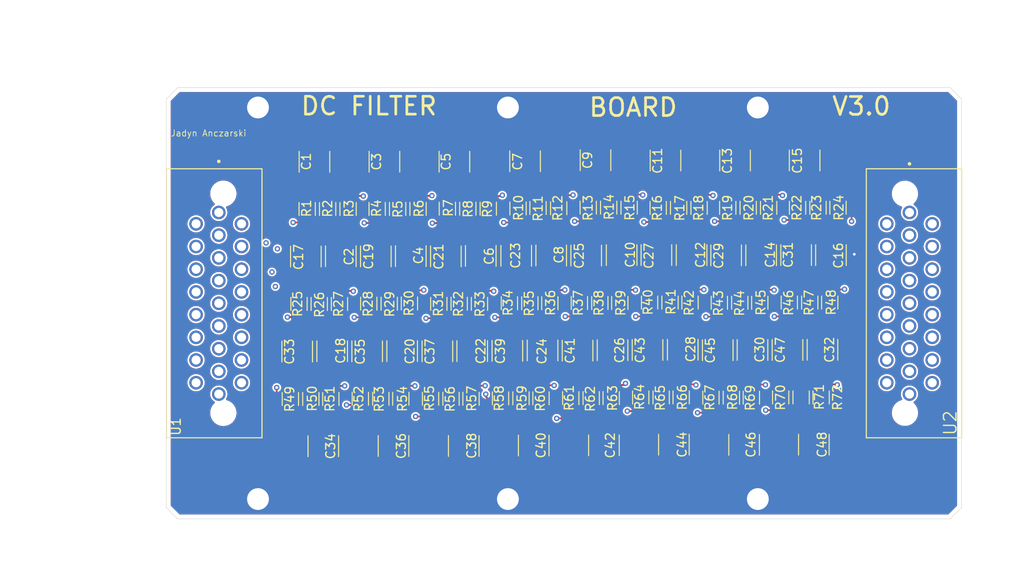
<source format=kicad_pcb>
(kicad_pcb
	(version 20241229)
	(generator "pcbnew")
	(generator_version "9.0")
	(general
		(thickness 1.6)
		(legacy_teardrops no)
	)
	(paper "A4")
	(layers
		(0 "F.Cu" signal)
		(4 "In1.Cu" signal)
		(6 "In2.Cu" signal)
		(2 "B.Cu" signal)
		(9 "F.Adhes" user "F.Adhesive")
		(11 "B.Adhes" user "B.Adhesive")
		(13 "F.Paste" user)
		(15 "B.Paste" user)
		(5 "F.SilkS" user "F.Silkscreen")
		(7 "B.SilkS" user "B.Silkscreen")
		(1 "F.Mask" user)
		(3 "B.Mask" user)
		(17 "Dwgs.User" user "User.Drawings")
		(19 "Cmts.User" user "User.Comments")
		(21 "Eco1.User" user "User.Eco1")
		(23 "Eco2.User" user "User.Eco2")
		(25 "Edge.Cuts" user)
		(27 "Margin" user)
		(31 "F.CrtYd" user "F.Courtyard")
		(29 "B.CrtYd" user "B.Courtyard")
		(35 "F.Fab" user)
		(33 "B.Fab" user)
		(39 "User.1" user)
		(41 "User.2" user)
		(43 "User.3" user)
		(45 "User.4" user)
	)
	(setup
		(stackup
			(layer "F.SilkS"
				(type "Top Silk Screen")
			)
			(layer "F.Paste"
				(type "Top Solder Paste")
			)
			(layer "F.Mask"
				(type "Top Solder Mask")
				(thickness 0.01)
			)
			(layer "F.Cu"
				(type "copper")
				(thickness 0.035)
			)
			(layer "dielectric 1"
				(type "prepreg")
				(thickness 0.1)
				(material "FR4")
				(epsilon_r 4.5)
				(loss_tangent 0.02)
			)
			(layer "In1.Cu"
				(type "copper")
				(thickness 0.035)
			)
			(layer "dielectric 2"
				(type "core")
				(thickness 1.24)
				(material "FR4")
				(epsilon_r 4.5)
				(loss_tangent 0.02)
			)
			(layer "In2.Cu"
				(type "copper")
				(thickness 0.035)
			)
			(layer "dielectric 3"
				(type "prepreg")
				(thickness 0.1)
				(material "FR4")
				(epsilon_r 4.5)
				(loss_tangent 0.02)
			)
			(layer "B.Cu"
				(type "copper")
				(thickness 0.035)
			)
			(layer "B.Mask"
				(type "Bottom Solder Mask")
				(thickness 0.01)
			)
			(layer "B.Paste"
				(type "Bottom Solder Paste")
			)
			(layer "B.SilkS"
				(type "Bottom Silk Screen")
			)
			(copper_finish "None")
			(dielectric_constraints no)
		)
		(pad_to_mask_clearance 0)
		(allow_soldermask_bridges_in_footprints no)
		(tenting front back)
		(pcbplotparams
			(layerselection 0x00000000_00000000_55555555_5755f5ff)
			(plot_on_all_layers_selection 0x00000000_00000000_00000000_00000000)
			(disableapertmacros no)
			(usegerberextensions no)
			(usegerberattributes yes)
			(usegerberadvancedattributes yes)
			(creategerberjobfile yes)
			(dashed_line_dash_ratio 12.000000)
			(dashed_line_gap_ratio 3.000000)
			(svgprecision 4)
			(plotframeref no)
			(mode 1)
			(useauxorigin no)
			(hpglpennumber 1)
			(hpglpenspeed 20)
			(hpglpendiameter 15.000000)
			(pdf_front_fp_property_popups yes)
			(pdf_back_fp_property_popups yes)
			(pdf_metadata yes)
			(pdf_single_document no)
			(dxfpolygonmode yes)
			(dxfimperialunits yes)
			(dxfusepcbnewfont yes)
			(psnegative no)
			(psa4output no)
			(plot_black_and_white yes)
			(sketchpadsonfab no)
			(plotpadnumbers no)
			(hidednponfab no)
			(sketchdnponfab yes)
			(crossoutdnponfab yes)
			(subtractmaskfromsilk no)
			(outputformat 1)
			(mirror no)
			(drillshape 1)
			(scaleselection 1)
			(outputdirectory "")
		)
	)
	(net 0 "")
	(net 1 "Net-(U1-PIN14)")
	(net 2 "Net-(C2-Pad1)")
	(net 3 "Net-(U2-PIN2)")
	(net 4 "Net-(U1-PIN15)")
	(net 5 "Net-(C4-Pad1)")
	(net 6 "Net-(U2-PIN3)")
	(net 7 "Net-(U1-PIN16)")
	(net 8 "Net-(C6-Pad1)")
	(net 9 "Net-(U2-PIN4)")
	(net 10 "Net-(U1-PIN17)")
	(net 11 "Net-(C8-Pad1)")
	(net 12 "Net-(C10-Pad1)")
	(net 13 "Net-(U1-PIN18)")
	(net 14 "Net-(U1-PIN19)")
	(net 15 "Net-(C12-Pad1)")
	(net 16 "Net-(U2-PIN5)")
	(net 17 "Net-(U2-PIN6)")
	(net 18 "Net-(U2-PIN7)")
	(net 19 "Net-(C14-Pad1)")
	(net 20 "Net-(U1-PIN20)")
	(net 21 "Net-(U1-PIN21)")
	(net 22 "Net-(C16-Pad1)")
	(net 23 "Net-(C18-Pad1)")
	(net 24 "Net-(U1-PIN22)")
	(net 25 "Net-(U2-PIN8)")
	(net 26 "Net-(U2-PIN9)")
	(net 27 "Net-(C48-Pad1)")
	(net 28 "Net-(C20-Pad1)")
	(net 29 "Net-(U1-PIN23)")
	(net 30 "Net-(U1-PIN24)")
	(net 31 "Net-(C22-Pad1)")
	(net 32 "Net-(C24-Pad1)")
	(net 33 "Net-(U1-PIN25)")
	(net 34 "Net-(U2-PIN11)")
	(net 35 "Net-(U2-PIN12)")
	(net 36 "Net-(U1-PIN2)")
	(net 37 "Net-(U1-PIN3)")
	(net 38 "Net-(U1-PIN4)")
	(net 39 "Net-(C47-Pad1)")
	(net 40 "Net-(U1-PIN7)")
	(net 41 "Net-(U1-PIN8)")
	(net 42 "Net-(U1-PIN9)")
	(net 43 "Net-(U1-PIN10)")
	(net 44 "Net-(C46-Pad1)")
	(net 45 "Net-(U1-PIN12)")
	(net 46 "Net-(U2-PIN1)")
	(net 47 "Net-(U1-PIN1)")
	(net 48 "unconnected-(U2-PIN13-Pad13)")
	(net 49 "Net-(U1-PIN6)")
	(net 50 "unconnected-(U1-PIN13-Pad13)")
	(net 51 "Net-(C11-Pad1)")
	(net 52 "Net-(C23-Pad1)")
	(net 53 "Net-(C21-Pad1)")
	(net 54 "Net-(C19-Pad1)")
	(net 55 "Net-(C17-Pad1)")
	(net 56 "Net-(C15-Pad1)")
	(net 57 "Net-(C13-Pad1)")
	(net 58 "Net-(C9-Pad1)")
	(net 59 "Net-(C5-Pad1)")
	(net 60 "Net-(C3-Pad1)")
	(net 61 "Net-(C1-Pad1)")
	(net 62 "Net-(C7-Pad1)")
	(net 63 "Net-(C45-Pad1)")
	(net 64 "Net-(U2-PIN25)")
	(net 65 "Net-(C44-Pad1)")
	(net 66 "Net-(U2-PIN24)")
	(net 67 "Net-(C43-Pad1)")
	(net 68 "Net-(C42-Pad1)")
	(net 69 "Net-(U2-PIN23)")
	(net 70 "Net-(C41-Pad1)")
	(net 71 "Net-(C40-Pad1)")
	(net 72 "Net-(U2-PIN22)")
	(net 73 "Net-(C39-Pad1)")
	(net 74 "Net-(C38-Pad1)")
	(net 75 "Net-(C37-Pad1)")
	(net 76 "Net-(C36-Pad1)")
	(net 77 "Net-(U2-PIN14)")
	(net 78 "Net-(C35-Pad1)")
	(net 79 "Net-(C34-Pad1)")
	(net 80 "Net-(U2-PIN15)")
	(net 81 "Net-(C33-Pad1)")
	(net 82 "Net-(C32-Pad1)")
	(net 83 "Net-(U2-PIN16)")
	(net 84 "Net-(C31-Pad1)")
	(net 85 "Net-(C30-Pad1)")
	(net 86 "Net-(U2-PIN17)")
	(net 87 "Net-(C29-Pad1)")
	(net 88 "Net-(C28-Pad1)")
	(net 89 "Net-(U2-PIN18)")
	(net 90 "Net-(C27-Pad1)")
	(net 91 "Net-(C26-Pad1)")
	(net 92 "Net-(U2-PIN19)")
	(net 93 "Net-(C25-Pad1)")
	(net 94 "Net-(U2-PIN10)")
	(net 95 "Net-(U2-PIN20)")
	(net 96 "Net-(U1-PIN11)")
	(net 97 "Net-(U1-PIN5)")
	(net 98 "Net-(U2-PIN21)")
	(net 99 "GND")
	(footprint "Resistor_SMD:R_1206_3216Metric" (layer "F.Cu") (at 143.7894 94.2995 90))
	(footprint "Capacitor_SMD:C_1812_4532Metric" (layer "F.Cu") (at 97.282 110.3409 -90))
	(footprint "Capacitor_SMD:C_1812_4532Metric" (layer "F.Cu") (at 106.0704 99.7023 -90))
	(footprint "Capacitor_SMD:C_1812_4532Metric" (layer "F.Cu") (at 136.4742 110.1778 -90))
	(footprint "Capacitor_SMD:C_1812_4532Metric" (layer "F.Cu") (at 96.2914 120.9728 -90))
	(footprint "Capacitor_SMD:C_1812_4532Metric" (layer "F.Cu") (at 105.1052 110.3302 -90))
	(footprint "Resistor_SMD:R_1206_3216Metric" (layer "F.Cu") (at 125.9078 94.2774 90))
	(footprint "Resistor_SMD:R_1206_3216Metric" (layer "F.Cu") (at 109.2026 105.043 90))
	(footprint "Capacitor_SMD:C_1812_4532Metric" (layer "F.Cu") (at 94.3386 99.7491 90))
	(footprint "Resistor_SMD:R_1206_3216Metric" (layer "F.Cu") (at 118.3894 115.6134 -90))
	(footprint "Resistor_SMD:R_1206_3216Metric" (layer "F.Cu") (at 132.7658 104.8946 90))
	(footprint "Resistor_SMD:R_1206_3216Metric" (layer "F.Cu") (at 150.6728 104.8946 90))
	(footprint "IMPORTED:BEL_DCCM25PCBR" (layer "F.Cu") (at 78.7654 104.978 90))
	(footprint "Resistor_SMD:R_1206_3216Metric" (layer "F.Cu") (at 142.8496 104.92 90))
	(footprint "Capacitor_SMD:C_1812_4532Metric" (layer "F.Cu") (at 125.6792 99.6368 90))
	(footprint "Capacitor_SMD:C_1812_4532Metric" (layer "F.Cu") (at 109.993 99.727 90))
	(footprint "Capacitor_SMD:C_1812_4532Metric" (layer "F.Cu") (at 124.714 110.2794 90))
	(footprint "Resistor_SMD:R_1206_3216Metric" (layer "F.Cu") (at 94.8944 115.6896 -90))
	(footprint "Resistor_SMD:R_1206_3216Metric" (layer "F.Cu") (at 114.7318 94.3937 -90))
	(footprint "Resistor_SMD:R_1206_3216Metric" (layer "F.Cu") (at 126.238 115.588 90))
	(footprint "Resistor_SMD:R_1206_3216Metric" (layer "F.Cu") (at 134.0612 115.5118 90))
	(footprint "IMPORTED:BEL_M83513_13-D01NP" (layer "F.Cu") (at 167.6654 104.978 -90))
	(footprint "Resistor_SMD:R_1206_3216Metric" (layer "F.Cu") (at 123.952 115.588 90))
	(footprint "Resistor_SMD:R_1206_3216Metric" (layer "F.Cu") (at 112.8014 115.6642 -90))
	(footprint "Resistor_SMD:R_1206_3216Metric" (layer "F.Cu") (at 98.0948 105.0577 -90))
	(footprint "Capacitor_SMD:C_1812_4532Metric" (layer "F.Cu") (at 102.1618 99.731 90))
	(footprint "Resistor_SMD:R_1206_3216Metric" (layer "F.Cu") (at 151.59455 94.2955 -90))
	(footprint "Capacitor_SMD:C_1812_4532Metric" (layer "F.Cu") (at 149.1488 99.586 90))
	(footprint "Resistor_SMD:R_1206_3216Metric" (layer "F.Cu") (at 151.9428 115.5118 -90))
	(footprint "Capacitor_SMD:C_1812_4532Metric" (layer "F.Cu") (at 128.6256 110.2286 -90))
	(footprint "Resistor_SMD:R_1206_3216Metric" (layer "F.Cu") (at 128.1938 94.2774 -90))
	(footprint "Resistor_SMD:R_1206_3216Metric" (layer "F.Cu") (at 133.728 94.3102 90))
	(footprint "Capacitor_SMD:C_1812_4532Metric" (layer "F.Cu") (at 104.14 120.9474 -90))
	(footprint "Resistor_SMD:R_1206_3216Metric" (layer "F.Cu") (at 112.4458 94.3937 90))
	(footprint "Resistor_SMD:R_1206_3216Metric" (layer "F.Cu") (at 93.5736 105.047 90))
	(footprint "Capacitor_SMD:C_1812_4532Metric" (layer "F.Cu") (at 134.5438 89.009 90))
	(footprint "Capacitor_SMD:C_1812_4532Metric" (layer "F.Cu") (at 148.1836 110.2032 90))
	(footprint "Capacitor_SMD:C_1812_4532Metric" (layer "F.Cu") (at 101.1936 110.3556 90))
	(footprint "Resistor_SMD:R_1206_3216Metric" (layer "F.Cu") (at 106.8832 94.4191 90))
	(footprint "Resistor_SMD:R_1206_3216Metric" (layer "F.Cu") (at 104.9528 115.6642 -90))
	(footprint "Resistor_SMD:R_1206_3216Metric" (layer "F.Cu") (at 122.6058 94.3429 -90))
	(footprint "Capacitor_SMD:C_1812_4532Metric" (layer "F.Cu") (at 132.5372 110.2032 90))
	(footprint "Resistor_SMD:R_1206_3216Metric" (layer "F.Cu") (at 110.1598 94.3937 90))
	(footprint "Resistor_SMD:R_1206_3216Metric"
		(layer "F.Cu")
		(uuid "59459bd0-f2b1-4353-bd73-1ce49c984948")
		(at 104.5972 94.4191 -90)
		(descr "Resistor SMD 1206 (3216 Metric), square (rectangular) end terminal, IPC-7351 nominal, (Body size source: IPC-SM-782 page 72, https://www.pcb-3d.com/wordpress/wp-content/uploads/ipc-sm-782a_amendment_1_and_2.pdf), generated with kicad-footprint-generator")
		(tags "resistor")
		(property "Reference" "R5"
			(at 0.0254 -0.0254 90)
			(layer "F.SilkS")
			(uuid "7059d310-792c-4782-b5ab-a40abfd7026d")
			(effects
				(font
					(size 1 1)
					(thickness 0.15)
				)
			)
		)
		(property "Value" "1k"
			(at 0 1.83 90)
			(layer "F.Fab")
			(uuid "9a67da3a-0db5-499a-8ab0-25a17fa6a431")
			(effects
				(font
					(size 1 1)
					(thickness 0.15)
				)
			)
		)
		(property "Datasheet" ""
			(at 0 0 90)
			(layer "F.Fab")
			(hide yes)
			(uuid "1c760d8e-3444-4a14-8d59-f1ee735fb9c4")
			(effects
				(font
					(size 1.27 1.27)
					(thickness 0.15)
				)
			)
		)
		(property "Description" "Resistor, US symbol"
			(at 0 0 90)
			(layer "F.Fab")
			(hide yes)
			(uuid "c9c90b92-3e50-42c6-8905-c1cec67564f3")
			(effects
				(font
					(size 1.27 1.27)
					(thickness 0.15)
				)
			)
		)
		(property ki_fp_filters "R_*")
		(path "/9deda5db-fd93-4ef6-8c40-4cf87f2a7c55")
		(sheetname "/")
		(sheetfile "4K_uD_filterboard_V3.24.kicad_sch")
		(attr smd)
		(fp_line
			(start -0.727064 0.91)
			(end 0.727064 0.91)
			(stroke
				(width 0.12)
				(type solid)
			)
			(layer "F.SilkS")
			(uuid "12ab9844-4872-4fab-b5ed-e125749f1c78")
		)
		(fp_line
			(start -0.727064 -0.91)
			(end 0.727064 -0.91)
			(stroke
				(width 0.12)
				(type solid)
			)
			(layer "F.SilkS")
			(uuid "9f48d47b-499f-45bb-806b-405ae092fadb")
		)
		(fp_line
			(start -2.28 1.13)
			(end -2.28 -1.13)
			(stroke
				(width 0.05)
				(type solid)
			)
			(layer "F.CrtYd")
			(uuid "f07a49b5-17b3-4978-8141-8ab6f577c55d")
		)
		(fp_line
			(start 2.28 1.13)
			(end -2.28 1.13)
			(stroke
				(width 0.05)
				(type solid)
			)
			(layer "F.CrtYd")
			(uuid "b4554a98-4390-47ba-ac6a-3eb8b563f43e")
		)
		(fp_line
			(start -2.28 -1.13)
			(end 2.28 -1.13)
			(stroke
				(width 0.05)
				(type solid)
			)
			(layer "F.CrtYd")
			(uuid "4a273fc9-6339-4f81-a549-f497c1703c56")
		)
		(fp_line
			(start 2.28 -1.13)
			(end 2.28 1.13)
			(stroke
				(width 0.05)
				(type solid)
			)
			(layer "F.CrtYd")
			(uuid "3d486cc3-b92b-4bac-ae02-41c4edc21b6b")
		)
		(fp_line
			(start -1.6 0.8)
			(end -1.6 -0.8)
			(stroke
				(width 0.1)
				(type solid)
			)
			(layer "F.Fab")
			(uuid "035628b2-62c3-4160-afc4-c10f05e38fca")
		)
		(fp_line
			(start 1.6 0.8)
			(end -1.6 0.8)
			(stroke
				(width 0.1)
				(type solid)
			)
			(layer "F.Fab")
			(uuid "39e461cc-2bbc-4bc7-b2a0-9ac27158fc23")
		)
		(fp_line
			(start -1.6 -0.8)
			(end 1.6 -0.8)
			(stroke
				(width 0.1)
				(type solid)
			)
			(layer "F.Fab")
			(uuid "61a79c63-8d2e-46af-af39-190e2ae32a28")
		)
		(fp_line
			(start 1.6 -0.8)
			(end 1.6 0.8)
			(stroke
				(width 0.1)
				(type solid)
			)
			(layer "F.Fab")
			(uuid "02505c9f-5695-4cbe-9b28-191619e759f5")
		)
		(fp_text user "${REFERENCE}"
			(at 0 0 90)
			(layer "F.Fab")
			(uuid "b14884c5-ce07-4c7a-a102-e11b1d67a2a8")
			(effects
				(font
					(size 0.8 0.8)
					(thickness 0.12)
				)
			)
		)
		(pad "1" smd roundrect
			(at -1.4625 0 270)
			(size 1.125 1.75)
			(layers "F.Cu" "F.Mask" "F.Paste")
			(roundrect_rratio 0.222222)
			(net 60 "Net-(C3-Pad1)")
			(pintype "passive")
			(uuid "ed2d83bc-f516-4763-9b12-c4d214fef58f")
		)
		(pad "2" smd roundrect
			(at 1.4625 0 270)
			(size 1.125 1.75)
			(layers "F.Cu" "F.Mask" "F.Paste")
			(
... [1110485 chars truncated]
</source>
